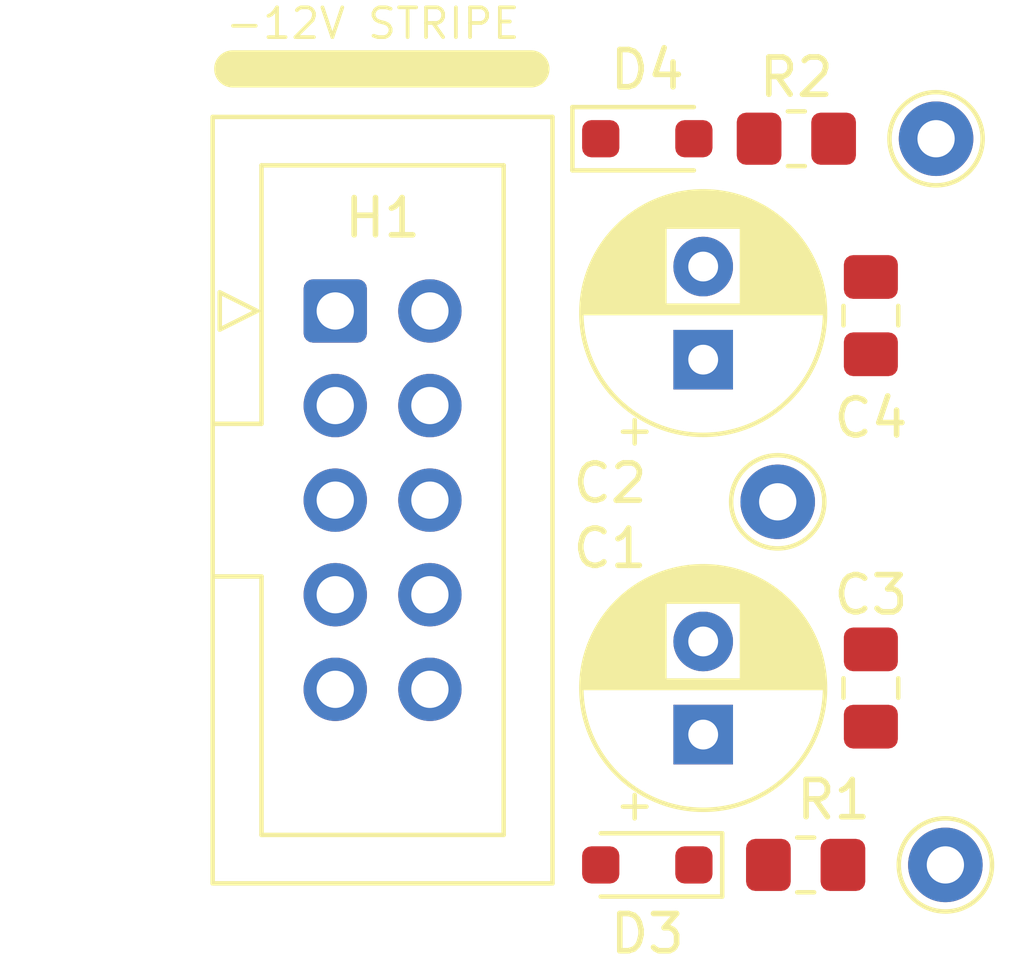
<source format=kicad_pcb>
(kicad_pcb (version 20240108) (generator "pcbnew") (generator_version "8.0")
  (layers (0 "F.Cu" signal) (31 "B.Cu" signal) (34 "B.Paste" user) (35 "F.Paste" user) (36 "B.SilkS" user "B.Silkscreen") (37 "F.SilkS" user "F.Silkscreen") (38 "B.Mask" user) (39 "F.Mask" user) (44 "Edge.Cuts" user))
  (net 0 "")
  (net 1 "+12V")
  (net 2 "GNDREF")
  (net 3 "-12V")
  (net 4 "Net-(D3-A)")
  (net 5 "Net-(D4-A)")
  (net 6 "Net-(D4-K)")
  (net 7 "Net-(D3-K)")
  (footprint "Synth:IDC-Header_2x05_P2.54mm_Vertical" (layer "F.Cu") (at 20.46 22.75)
    (property "Reference" "H1" (at 1.27 -2.5 0) (layer "F.SilkS"))
    (property "Value" "Conn_02x05_PWR_Eurorack")
    (fp_line (start -3.29 -5.21) (end 5.83 -5.21) (stroke (width 0.12)) (layer "F.SilkS"))
    (fp_line (start -3.29 3.03) (end -1.98 3.03) (stroke (width 0.12)) (layer "F.SilkS"))
    (fp_line (start -3.29 15.37) (end -3.29 -5.21) (stroke (width 0.12)) (layer "F.SilkS"))
    (fp_line (start -3.1 -0.5) (end -3.1 0.5) (stroke (width 0.12)) (layer "F.SilkS"))
    (fp_line (start -3.1 0.5) (end -2.1 0) (stroke (width 0.12)) (layer "F.SilkS"))
    (fp_line (start -2.75 -6.5) (end 5.25 -6.5) (stroke (width 1)) (layer "F.SilkS"))
    (fp_line (start -2.1 0) (end -3.1 -0.5) (stroke (width 0.12)) (layer "F.SilkS"))
    (fp_line (start -1.98 -3.91) (end 4.52 -3.91) (stroke (width 0.12)) (layer "F.SilkS"))
    (fp_line (start -1.98 3.03) (end -1.98 -3.91) (stroke (width 0.12)) (layer "F.SilkS"))
    (fp_line (start -1.98 7.13) (end -3.29 7.13) (stroke (width 0.12)) (layer "F.SilkS"))
    (fp_line (start -1.98 7.13) (end -1.98 7.13) (stroke (width 0.12)) (layer "F.SilkS"))
    (fp_line (start -1.98 14.07) (end -1.98 7.13) (stroke (width 0.12)) (layer "F.SilkS"))
    (fp_line (start 4.52 -3.91) (end 4.52 14.07) (stroke (width 0.12)) (layer "F.SilkS"))
    (fp_line (start 4.52 14.07) (end -1.98 14.07) (stroke (width 0.12)) (layer "F.SilkS"))
    (fp_line (start 5.83 -5.21) (end 5.83 15.37) (stroke (width 0.12)) (layer "F.SilkS"))
    (fp_line (start 5.83 15.37) (end -3.29 15.37) (stroke (width 0.12)) (layer "F.SilkS"))
    (fp_text user "-12V STRIPE" (at -3 -7.25 0) (layer "F.SilkS") (effects (font (size 0.8 0.8) (thickness 0.1)) (justify left bottom)))
    (pad "1" thru_hole roundrect (at 0 0) (size 1.7 1.7) (drill 1) (layers "*.Cu" "*.Mask") (roundrect_rratio 0.147059) (net 6 "Net-(D4-K)"))
    (pad "2" thru_hole circle (at 2.54 0) (size 1.7 1.7) (drill 1) (layers "*.Cu" "*.Mask") (net 6 "Net-(D4-K)"))
    (pad "3" thru_hole circle (at 0 2.54) (size 1.7 1.7) (drill 1) (layers "*.Cu" "*.Mask") (net 2 "GNDREF"))
    (pad "4" thru_hole circle (at 2.54 2.54) (size 1.7 1.7) (drill 1) (layers "*.Cu" "*.Mask") (net 2 "GNDREF"))
    (pad "5" thru_hole circle (at 0 5.08) (size 1.7 1.7) (drill 1) (layers "*.Cu" "*.Mask") (net 2 "GNDREF"))
    (pad "6" thru_hole circle (at 2.54 5.08) (size 1.7 1.7) (drill 1) (layers "*.Cu" "*.Mask") (net 2 "GNDREF"))
    (pad "7" thru_hole circle (at 0 7.62) (size 1.7 1.7) (drill 1) (layers "*.Cu" "*.Mask") (net 2 "GNDREF"))
    (pad "8" thru_hole circle (at 2.54 7.62) (size 1.7 1.7) (drill 1) (layers "*.Cu" "*.Mask") (net 2 "GNDREF"))
    (pad "9" thru_hole circle (at 0 10.16) (size 1.7 1.7) (drill 1) (layers "*.Cu" "*.Mask") (net 4 "Net-(D3-A)"))
    (pad "10" thru_hole circle (at 2.54 10.16) (size 1.7 1.7) (drill 1) (layers "*.Cu" "*.Mask") (net 4 "Net-(D3-A)"))
  )
  (footprint "Connector_Pin:Pin_D1.0mm_L10.0mm" (layer "F.Cu") (at 36.835 37.625)
    (property "Reference" "TP1" (hide yes))
    (property "Value" "+12V")
    (fp_circle (center 0 0) (end 1.25 0.05) (stroke (width 0.12)) (fill none) (layer "F.SilkS"))
    (pad "1" thru_hole circle (at 0 0) (size 2 2) (drill 1) (layers "*.Cu" "*.Mask") (net 1 "+12V"))
  )
  (footprint "Diode_SMD:D_SOD-323_HandSoldering" (layer "F.Cu") (at 28.835 37.625 180)
    (property "Reference" "D3" (at 0 -1.85 360) (layer "F.SilkS"))
    (property "Value" "1N5819WS")
    (fp_line (start -2.01 0.85) (end 1.25 0.85) (stroke (width 0.12)) (layer "F.SilkS"))
    (fp_line (start -2.01 -0.85) (end 1.25 -0.85) (stroke (width 0.12)) (layer "F.SilkS"))
    (fp_line (start -2.01 -0.85) (end -2.01 0.85) (stroke (width 0.12)) (layer "F.SilkS"))
    (pad "1" smd roundrect (at -1.25 0 180) (size 1 1) (layers "F.Cu" "F.Paste" "F.Mask") (net 7 "Net-(D3-K)"))
    (pad "2" smd roundrect (at 1.25 0 180) (size 1 1) (layers "F.Cu" "F.Paste" "F.Mask") (net 4 "Net-(D3-A)"))
  )
  (footprint "Capacitor_SMD:C_0805_2012Metric_Pad1.18x1.45mm_HandSolder" (layer "F.Cu") (at 34.835 22.875 90)
    (property "Reference" "C4" (at -2.75 0 180) (layer "F.SilkS"))
    (property "Value" "100nF")
    (fp_line (start -0.261252 -0.735) (end 0.261252 -0.735) (stroke (width 0.12)) (layer "F.SilkS"))
    (fp_line (start -0.261252 0.735) (end 0.261252 0.735) (stroke (width 0.12)) (layer "F.SilkS"))
    (pad "1" smd roundrect (at -1.0375 0 90) (size 1.175 1.45) (layers "F.Cu" "F.Paste" "F.Mask") (roundrect_rratio 0.212766) (net 2 "GNDREF"))
    (pad "2" smd roundrect (at 1.0375 0 90) (size 1.175 1.45) (layers "F.Cu" "F.Paste" "F.Mask") (roundrect_rratio 0.212766) (net 3 "-12V"))
  )
  (footprint "Resistor_SMD:R_0805_2012Metric_Pad1.20x1.40mm_HandSolder" (layer "F.Cu") (at 33.085 37.625)
    (property "Reference" "R1" (at 0.75 -1.75 0) (layer "F.SilkS"))
    (property "Value" "10R")
    (fp_line (start -0.227064 -0.735) (end 0.227064 -0.735) (stroke (width 0.12)) (layer "F.SilkS"))
    (fp_line (start -0.227064 0.735) (end 0.227064 0.735) (stroke (width 0.12)) (layer "F.SilkS"))
    (pad "1" smd roundrect (at -1 0) (size 1.2 1.4) (layers "F.Cu" "F.Paste" "F.Mask") (roundrect_rratio 0.208333) (net 7 "Net-(D3-K)"))
    (pad "2" smd roundrect (at 1 0) (size 1.2 1.4) (layers "F.Cu" "F.Paste" "F.Mask") (roundrect_rratio 0.208333) (net 1 "+12V"))
  )
  (footprint "Diode_SMD:D_SOD-323_HandSoldering" (layer "F.Cu") (at 28.835 18.125)
    (property "Reference" "D4" (at 0 -1.85 360) (layer "F.SilkS"))
    (property "Value" "1N5819WS")
    (fp_line (start -2.01 -0.85) (end -2.01 0.85) (stroke (width 0.12)) (layer "F.SilkS"))
    (fp_line (start -2.01 -0.85) (end 1.25 -0.85) (stroke (width 0.12)) (layer "F.SilkS"))
    (fp_line (start -2.01 0.85) (end 1.25 0.85) (stroke (width 0.12)) (layer "F.SilkS"))
    (pad "1" smd roundrect (at -1.25 0) (size 1 1) (layers "F.Cu" "F.Paste" "F.Mask") (net 6 "Net-(D4-K)"))
    (pad "2" smd roundrect (at 1.25 0) (size 1 1) (layers "F.Cu" "F.Paste" "F.Mask") (net 5 "Net-(D4-A)"))
  )
  (footprint "Capacitor_SMD:C_0805_2012Metric_Pad1.18x1.45mm_HandSolder" (layer "F.Cu") (at 34.835 32.875 90)
    (property "Reference" "C3" (at 2.5 0 180) (layer "F.SilkS"))
    (property "Value" "100nF")
    (fp_line (start -0.261252 -0.735) (end 0.261252 -0.735) (stroke (width 0.12)) (layer "F.SilkS"))
    (fp_line (start -0.261252 0.735) (end 0.261252 0.735) (stroke (width 0.12)) (layer "F.SilkS"))
    (pad "1" smd roundrect (at -1.0375 0 90) (size 1.175 1.45) (layers "F.Cu" "F.Paste" "F.Mask") (roundrect_rratio 0.212766) (net 1 "+12V"))
    (pad "2" smd roundrect (at 1.0375 0 90) (size 1.175 1.45) (layers "F.Cu" "F.Paste" "F.Mask") (roundrect_rratio 0.212766) (net 2 "GNDREF"))
  )
  (footprint "Capacitor_THT:CP_Radial_D6.3mm_P2.50mm" (layer "F.Cu") (at 30.335 34.125 90)
    (property "Reference" "C1" (at 5 -2.5 180) (layer "F.SilkS"))
    (property "Value" "47uF")
    (fp_line (start 1.33 -3.23) (end 1.33 3.23) (stroke (width 0.12)) (layer "F.SilkS"))
    (fp_line (start 1.29 -3.23) (end 1.29 3.23) (stroke (width 0.12)) (layer "F.SilkS"))
    (fp_line (start 1.25 -3.23) (end 1.25 3.23) (stroke (width 0.12)) (layer "F.SilkS"))
    (fp_line (start 1.37 -3.228) (end 1.37 3.228) (stroke (width 0.12)) (layer "F.SilkS"))
    (fp_line (start 1.41 -3.227) (end 1.41 3.227) (stroke (width 0.12)) (layer "F.SilkS"))
    (fp_line (start 1.45 -3.224) (end 1.45 3.224) (stroke (width 0.12)) (layer "F.SilkS"))
    (fp_line (start 1.49 -3.222) (end 1.49 -1.04) (stroke (width 0.12)) (layer "F.SilkS"))
    (fp_line (start 1.53 -3.218) (end 1.53 -1.04) (stroke (width 0.12)) (layer "F.SilkS"))
    (fp_line (start 1.57 -3.215) (end 1.57 -1.04) (stroke (width 0.12)) (layer "F.SilkS"))
    (fp_line (start 1.61 -3.211) (end 1.61 -1.04) (stroke (width 0.12)) (layer "F.SilkS"))
    (fp_line (start 1.65 -3.206) (end 1.65 -1.04) (stroke (width 0.12)) (layer "F.SilkS"))
    (fp_line (start 1.69 -3.201) (end 1.69 -1.04) (stroke (width 0.12)) (layer "F.SilkS"))
    (fp_line (start 1.73 -3.195) (end 1.73 -1.04) (stroke (width 0.12)) (layer "F.SilkS"))
    (fp_line (start 1.77 -3.189) (end 1.77 -1.04) (stroke (width 0.12)) (layer "F.SilkS"))
    (fp_line (start 1.81 -3.182) (end 1.81 -1.04) (stroke (width 0.12)) (layer "F.SilkS"))
    (fp_line (start 1.85 -3.175) (end 1.85 -1.04) (stroke (width 0.12)) (layer "F.SilkS"))
    (fp_line (start 1.89 -3.167) (end 1.89 -1.04) (stroke (width 0.12)) (layer "F.SilkS"))
    (fp_line (start 1.93 -3.159) (end 1.93 -1.04) (stroke (width 0.12)) (layer "F.SilkS"))
    (fp_line (start 1.971 -3.15) (end 1.971 -1.04) (stroke (width 0.12)) (layer "F.SilkS"))
    (fp_line (start 2.011 -3.141) (end 2.011 -1.04) (stroke (width 0.12)) (layer "F.SilkS"))
    (fp_line (start 2.051 -3.131) (end 2.051 -1.04) (stroke (width 0.12)) (layer "F.SilkS"))
    (fp_line (start 2.091 -3.121) (end 2.091 -1.04) (stroke (width 0.12)) (layer "F.SilkS"))
    (fp_line (start 2.131 -3.11) (end 2.131 -1.04) (stroke (width 0.12)) (layer "F.SilkS"))
    (fp_line (start 2.171 -3.098) (end 2.171 -1.04) (stroke (width 0.12)) (layer "F.SilkS"))
    (fp_line (start 2.211 -3.086) (end 2.211 -1.04) (stroke (width 0.12)) (layer "F.SilkS"))
    (fp_line (start 2.251 -3.074) (end 2.251 -1.04) (stroke (width 0.12)) (layer "F.SilkS"))
    (fp_line (start 2.291 -3.061) (end 2.291 -1.04) (stroke (width 0.12)) (layer "F.SilkS"))
    (fp_line (start 2.331 -3.047) (end 2.331 -1.04) (stroke (width 0.12)) (layer "F.SilkS"))
    (fp_line (start 2.371 -3.033) (end 2.371 -1.04) (stroke (width 0.12)) (layer "F.SilkS"))
    (fp_line (start 2.411 -3.018) (end 2.411 -1.04) (stroke (width 0.12)) (layer "F.SilkS"))
    (fp_line (start 2.451 -3.002) (end 2.451 -1.04) (stroke (width 0.12)) (layer "F.SilkS"))
    (fp_line (start 2.491 -2.986) (end 2.491 -1.04) (stroke (width 0.12)) (layer "F.SilkS"))
    (fp_line (start 2.531 -2.97) (end 2.531 -1.04) (stroke (width 0.12)) (layer "F.SilkS"))
    (fp_line (start 2.571 -2.952) (end 2.571 -1.04) (stroke (width 0.12)) (layer "F.SilkS"))
    (fp_line (start 2.611 -2.934) (end 2.611 -1.04) (stroke (width 0.12)) (layer "F.SilkS"))
    (fp_line (start 2.651 -2.916) (end 2.651 -1.04) (stroke (width 0.12)) (layer "F.SilkS"))
    (fp_line (start 2.691 -2.896) (end 2.691 -1.04) (stroke (width 0.12)) (layer "F.SilkS"))
    (fp_line (start 2.731 -2.876) (end 2.731 -1.04) (stroke (width 0.12)) (layer "F.SilkS"))
    (fp_line (start 2.771 -2.856) (end 2.771 -1.04) (stroke (width 0.12)) (layer "F.SilkS"))
    (fp_line (start 2.811 -2.834) (end 2.811 -1.04) (stroke (width 0.12)) (layer "F.SilkS"))
    (fp_line (start 2.851 -2.812) (end 2.851 -1.04) (stroke (width 0.12)) (layer "F.SilkS"))
    (fp_line (start 2.891 -2.79) (end 2.891 -1.04) (stroke (width 0.12)) (layer "F.SilkS"))
    (fp_line (start 2.931 -2.766) (end 2.931 -1.04) (stroke (width 0.12)) (layer "F.SilkS"))
    (fp_line (start 2.971 -2.742) (end 2.971 -1.04) (stroke (width 0.12)) (layer "F.SilkS"))
    (fp_line (start 3.011 -2.716) (end 3.011 -1.04) (stroke (width 0.12)) (layer "F.SilkS"))
    (fp_line (start 3.051 -2.69) (end 3.051 -1.04) (stroke (width 0.12)) (layer "F.SilkS"))
    (fp_line (start 3.091 -2.664) (end 3.091 -1.04) (stroke (width 0.12)) (layer "F.SilkS"))
    (fp_line (start 3.131 -2.636) (end 3.131 -1.04) (stroke (width 0.12)) (layer "F.SilkS"))
    (fp_line (start 3.171 -2.607) (end 3.171 -1.04) (stroke (width 0.12)) (layer "F.SilkS"))
    (fp_line (start 3.211 -2.578) (end 3.211 -1.04) (stroke (width 0.12)) (layer "F.SilkS"))
    (fp_line (start 3.251 -2.548) (end 3.251 -1.04) (stroke (width 0.12)) (layer "F.SilkS"))
    (fp_line (start 3.291 -2.516) (end 3.291 -1.04) (stroke (width 0.12)) (layer "F.SilkS"))
    (fp_line (start 3.331 -2.484) (end 3.331 -1.04) (stroke (width 0.12)) (layer "F.SilkS"))
    (fp_line (start 3.371 -2.45) (end 3.371 -1.04) (stroke (width 0.12)) (layer "F.SilkS"))
    (fp_line (start 3.411 -2.416) (end 3.411 -1.04) (stroke (width 0.12)) (layer "F.SilkS"))
    (fp_line (start 3.451 -2.38) (end 3.451 -1.04) (stroke (width 0.12)) (layer "F.SilkS"))
    (fp_line (start 3.491 -2.343) (end 3.491 -1.04) (stroke (width 0.12)) (layer "F.SilkS"))
    (fp_line (start 3.531 -2.305) (end 3.531 -1.04) (stroke (width 0.12)) (layer "F.SilkS"))
    (fp_line (start 3.571 -2.265) (end 3.571 2.265) (stroke (width 0.12)) (layer "F.SilkS"))
    (fp_line (start 3.611 -2.224) (end 3.611 2.224) (stroke (width 0.12)) (layer "F.SilkS"))
    (fp_line (start 3.651 -2.182) (end 3.651 2.182) (stroke (width 0.12)) (layer "F.SilkS"))
    (fp_line (start -1.935241 -2.154) (end -1.935241 -1.524) (stroke (width 0.12)) (layer "F.SilkS"))
    (fp_line (start 3.691 -2.137) (end 3.691 2.137) (stroke (width 0.12)) (layer "F.SilkS"))
    (fp_line (start 3.731 -2.092) (end 3.731 2.092) (stroke (width 0.12)) (layer "F.SilkS"))
    (fp_line (start 3.771 -2.044) (end 3.771 2.044) (stroke (width 0.12)) (layer "F.SilkS"))
    (fp_line (start 3.811 -1.995) (end 3.811 1.995) (stroke (width 0.12)) (layer "F.SilkS"))
    (fp_line (start 3.851 -1.944) (end 3.851 1.944) (stroke (width 0.12)) (layer "F.SilkS"))
    (fp_line (start 3.891 -1.89) (end 3.891 1.89) (stroke (width 0.12)) (layer "F.SilkS"))
    (fp_line (start -2.250241 -1.839) (end -1.620241 -1.839) (stroke (width 0.12)) (layer "F.SilkS"))
    (fp_line (start 3.931 -1.834) (end 3.931 1.834) (stroke (width 0.12)) (layer "F.SilkS"))
    (fp_line (start 3.971 -1.776) (end 3.971 1.776) (stroke (width 0.12)) (layer "F.SilkS"))
    (fp_line (start 4.011 -1.714) (end 4.011 1.714) (stroke (width 0.12)) (layer "F.SilkS"))
    (fp_line (start 4.051 -1.65) (end 4.051 1.65) (stroke (width 0.12)) (layer "F.SilkS"))
    (fp_line (start 4.091 -1.581) (end 4.091 1.581) (stroke (width 0.12)) (layer "F.SilkS"))
    (fp_line (start 4.131 -1.509) (end 4.131 1.509) (stroke (width 0.12)) (layer "F.SilkS"))
    (fp_line (start 4.171 -1.432) (end 4.171 1.432) (stroke (width 0.12)) (layer "F.SilkS"))
    (fp_line (start 4.211 -1.35) (end 4.211 1.35) (stroke (width 0.12)) (layer "F.SilkS"))
    (fp_line (start 4.251 -1.262) (end 4.251 1.262) (stroke (width 0.12)) (layer "F.SilkS"))
    (fp_line (start 4.291 -1.165) (end 4.291 1.165) (stroke (width 0.12)) (layer "F.SilkS"))
    (fp_line (start 4.331 -1.059) (end 4.331 1.059) (stroke (width 0.12)) (layer "F.SilkS"))
    (fp_line (start 4.371 -0.94) (end 4.371 0.94) (stroke (width 0.12)) (layer "F.SilkS"))
    (fp_line (start 4.411 -0.802) (end 4.411 0.802) (stroke (width 0.12)) (layer "F.SilkS"))
    (fp_line (start 4.451 -0.633) (end 4.451 0.633) (stroke (width 0.12)) (layer "F.SilkS"))
    (fp_line (start 4.491 -0.402) (end 4.491 0.402) (stroke (width 0.12)) (layer "F.SilkS"))
    (fp_line (start 3.531 1.04) (end 3.531 2.305) (stroke (width 0.12)) (layer "F.SilkS"))
    (fp_line (start 3.491 1.04) (end 3.491 2.343) (stroke (width 0.12)) (layer "F.SilkS"))
    (fp_line (start 3.451 1.04) (end 3.451 2.38) (stroke (width 0.12)) (layer "F.SilkS"))
    (fp_line (start 3.411 1.04) (end 3.411 2.416) (stroke (width 0.12)) (layer "F.SilkS"))
    (fp_line (start 3.371 1.04) (end 3.371 2.45) (stroke (width 0.12)) (layer "F.SilkS"))
    (fp_line (start 3.331 1.04) (end 3.331 2.484) (stroke (width 0.12)) (layer "F.SilkS"))
    (fp_line (start 3.291 1.04) (end 3.291 2.516) (stroke (width 0.12)) (layer "F.SilkS"))
    (fp_line (start 3.251 1.04) (end 3.251 2.548) (stroke (width 0.12)) (layer "F.SilkS"))
    (fp_line (start 3.211 1.04) (end 3.211 2.578) (stroke (width 0.12)) (layer "F.SilkS"))
    (fp_line (start 3.171 1.04) (end 3.171 2.607) (stroke (width 0.12)) (layer "F.SilkS"))
    (fp_line (start 3.131 1.04) (end 3.131 2.636) (stroke (width 0.12)) (layer "F.SilkS"))
    (fp_line (start 3.091 1.04) (end 3.091 2.664) (stroke (width 0.12)) (layer "F.SilkS"))
    (fp_line (start 3.051 1.04) (end 3.051 2.69) (stroke (width 0.12)) (layer "F.SilkS"))
    (fp_line (start 3.011 1.04) (end 3.011 2.716) (stroke (width 0.12)) (layer "F.SilkS"))
    (fp_line (start 2.971 1.04) (end 2.971 2.742) (stroke (width 0.12)) (layer "F.SilkS"))
    (fp_line (start 2.931 1.04) (end 2.931 2.766) (stroke (width 0.12)) (layer "F.SilkS"))
    (fp_line (start 2.891 1.04) (end 2.891 2.79) (stroke (width 0.12)) (layer "F.SilkS"))
    (fp_line (start 2.851 1.04) (end 2.851 2.812) (stroke (width 0.12)) (layer "F.SilkS"))
    (fp_line (start 2.811 1.04) (end 2.811 2.834) (stroke (width 0.12)) (layer "F.SilkS"))
    (fp_line (start 2.771 1.04) (end 2.771 2.856) (stroke (width 0.12)) (layer "F.SilkS"))
    (fp_line (start 2.731 1.04) (end 2.731 2.876) (stroke (width 0.12)) (layer "F.SilkS"))
    (fp_line (start 2.691 1.04) (end 2.691 2.896) (stroke (width 0.12)) (layer "F.SilkS"))
    (fp_line (start 2.651 1.04) (end 2.651 2.916) (stroke (width 0.12)) (layer "F.SilkS"))
    (fp_line (start 2.611 1.04) (end 2.611 2.934) (stroke (width 0.12)) (layer "F.SilkS"))
    (fp_line (start 2.571 1.04) (end 2.571 2.952) (stroke (width 0.12)) (layer "F.SilkS"))
    (fp_line (start 2.531 1.04) (end 2.531 2.97) (stroke (width 0.12)) (layer "F.SilkS"))
    (fp_line (start 2.491 1.04) (end 2.491 2.986) (stroke (width 0.12)) (layer "F.SilkS"))
    (fp_line (start 2.451 1.04) (end 2.451 3.002) (stroke (width 0.12)) (layer "F.SilkS"))
    (fp_line (start 2.411 1.04) (end 2.411 3.018) (stroke (width 0.12)) (layer "F.SilkS"))
    (fp_line (start 2.371 1.04) (end 2.371 3.033) (stroke (width 0.12)) (layer "F.SilkS"))
    (fp_line (start 2.331 1.04) (end 2.331 3.047) (stroke (width 0.12)) (layer "F.SilkS"))
    (fp_line (start 2.291 1.04) (end 2.291 3.061) (stroke (width 0.12)) (layer "F.SilkS"))
    (fp_line (start 2.251 1.04) (end 2.251 3.074) (stroke (width 0.12)) (layer "F.SilkS"))
    (fp_line (start 2.211 1.04) (end 2.211 3.086) (stroke (width 0.12)) (layer "F.SilkS"))
    (fp_line (start 2.171 1.04) (end 2.171 3.098) (stroke (width 0.12)) (layer "F.SilkS"))
    (fp_line (start 2.131 1.04) (end 2.131 3.11) (stroke (width 0.12)) (layer "F.SilkS"))
    (fp_line (start 2.091 1.04) (end 2.091 3.121) (stroke (width 0.12)) (layer "F.SilkS"))
    (fp_line (start 2.051 1.04) (end 2.051 3.131) (stroke (width 0.12)) (layer "F.SilkS"))
    (fp_line (start 2.011 1.04) (end 2.011 3.141) (stroke (width 0.12)) (layer "F.SilkS"))
    (fp_line (start 1.971 1.04) (end 1.971 3.15) (stroke (width 0.12)) (layer "F.SilkS"))
    (fp_line (start 1.93 1.04) (end 1.93 3.159) (stroke (width 0.12)) (layer "F.SilkS"))
    (fp_line (start 1.89 1.04) (end 1.89 3.167) (stroke (width 0.12)) (layer "F.SilkS"))
    (fp_line (start 1.85 1.04) (end 1.85 3.175) (stroke (width 0.12)) (layer "F.SilkS"))
    (fp_line (start 1.81 1.04) (end 1.81 3.182) (stroke (width 0.12)) (layer "F.SilkS"))
    (fp_line (start 1.77 1.04) (end 1.77 3.189) (stroke (width 0.12)) (layer "F.SilkS"))
    (fp_line (start 1.73 1.04) (end 1.73 3.195) (stroke (width 0.12)) (layer "F.SilkS"))
    (fp_line (start 1.69 1.04) (end 1.69 3.201) (stroke (width 0.12)) (layer "F.SilkS"))
    (fp_line (start 1.65 1.04) (end 1.65 3.206) (stroke (width 0.12)) (layer "F.SilkS"))
    (fp_line (start 1.61 1.04) (end 1.61 3.211) (stroke (width 0.12)) (layer "F.SilkS"))
    (fp_line (start 1.57 1.04) (end 1.57 3.215) (stroke (width 0.12)) (layer "F.SilkS"))
    (fp_line (start 1.53 1.04) (end 1.53 3.218) (stroke (width 0.12)) (layer "F.SilkS"))
    (fp_line (start 1.49 1.04) (end 1.49 3.222) (stroke (width 0.12)) (layer "F.SilkS"))
    (fp_circle (center 1.25 0) (end 4.52 0) (stroke (width 0.12)) (fill none) (layer "F.SilkS"))
    (pad "1" thru_hole rect (at 0 0 90) (size 1.6 1.6) (drill 0.8) (layers "*.Cu" "*.Mask") (net 1 "+12V"))
    (pad "2" thru_hole circle (at 2.5 0 90) (size 1.6 1.6) (drill 0.8) (layers "*.Cu" "*.Mask") (net 2 "GNDREF"))
  )
  (footprint "Capacitor_THT:CP_Radial_D6.3mm_P2.50mm" (layer "F.Cu") (at 30.335 24.05738 90)
    (property "Reference" "C2" (at -3.31762 -2.5 180) (layer "F.SilkS"))
    (property "Value" "47uF")
    (fp_line (start 1.33 -3.23) (end 1.33 3.23) (stroke (width 0.12)) (layer "F.SilkS"))
    (fp_line (start 1.29 -3.23) (end 1.29 3.23) (stroke (width 0.12)) (layer "F.SilkS"))
    (fp_line (start 1.25 -3.23) (end 1.25 3.23) (stroke (width 0.12)) (layer "F.SilkS"))
    (fp_line (start 1.37 -3.228) (end 1.37 3.228) (stroke (width 0.12)) (layer "F.SilkS"))
    (fp_line (start 1.41 -3.227) (end 1.41 3.227) (stroke (width 0.12)) (layer "F.SilkS"))
    (fp_line (start 1.45 -3.224) (end 1.45 3.224) (stroke (width 0.12)) (layer "F.SilkS"))
    (fp_line (start 1.49 -3.222) (end 1.49 -1.04) (stroke (width 0.12)) (layer "F.SilkS"))
    (fp_line (start 1.53 -3.218) (end 1.53 -1.04) (stroke (width 0.12)) (layer "F.SilkS"))
    (fp_line (start 1.57 -3.215) (end 1.57 -1.04) (stroke (width 0.12)) (layer "F.SilkS"))
    (fp_line (start 1.61 -3.211) (end 1.61 -1.04) (stroke (width 0.12)) (layer "F.SilkS"))
    (fp_line (start 1.65 -3.206) (end 1.65 -1.04) (stroke (width 0.12)) (layer "F.SilkS"))
    (fp_line (start 1.69 -3.201) (end 1.69 -1.04) (stroke (width 0.12)) (layer "F.SilkS"))
    (fp_line (start 1.73 -3.195) (end 1.73 -1.04) (stroke (width 0.12)) (layer "F.SilkS"))
    (fp_line (start 1.77 -3.189) (end 1.77 -1.04) (stroke (width 0.12)) (layer "F.SilkS"))
    (fp_line (start 1.81 -3.182) (end 1.81 -1.04) (stroke (width 0.12)) (layer "F.SilkS"))
    (fp_line (start 1.85 -3.175) (end 1.85 -1.04) (stroke (width 0.12)) (layer "F.SilkS"))
    (fp_line (start 1.89 -3.167) (end 1.89 -1.04) (stroke (width 0.12)) (layer "F.SilkS"))
    (fp_line (start 1.93 -3.159) (end 1.93 -1.04) (stroke (width 0.12)) (layer "F.SilkS"))
    (fp_line (start 1.971 -3.15) (end 1.971 -1.04) (stroke (width 0.12)) (layer "F.SilkS"))
    (fp_line (start 2.011 -3.141) (end 2.011 -1.04) (stroke (width 0.12)) (layer "F.SilkS"))
    (fp_line (start 2.051 -3.131) (end 2.051 -1.04) (stroke (width 0.12)) (layer "F.SilkS"))
    (fp_line (start 2.091 -3.121) (end 2.091 -1.04) (stroke (width 0.12)) (layer "F.SilkS"))
    (fp_line (start 2.131 -3.11) (end 2.131 -1.04) (stroke (width 0.12)) (layer "F.SilkS"))
    (fp_line (start 2.171 -3.098) (end 2.171 -1.04) (stroke (width 0.12)) (layer "F.SilkS"))
    (fp_line (start 2.211 -3.086) (end 2.211 -1.04) (stroke (width 0.12)) (layer "F.SilkS"))
    (fp_line (start 2.251 -3.074) (end 2.251 -1.04) (stroke (width 0.12)) (layer "F.SilkS"))
    (fp_line (start 2.291 -3.061) (end 2.291 -1.04) (stroke (width 0.12)) (layer "F.SilkS"))
    (fp_line (start 2.331 -3.047) (end 2.331 -1.04) (stroke (width 0.12)) (layer "F.SilkS"))
    (fp_line (start 2.371 -3.033) (end 2.371 -1.04) (stroke (width 0.12)) (layer "F.SilkS"))
    (fp_line (start 2.411 -3.018) (end 2.411 -1.04) (stroke (width 0.12)) (layer "F.SilkS"))
    (fp_line (start 2.451 -3.002) (end 2.451 -1.04) (stroke (width 0.12)) (layer "F.SilkS"))
    (fp_line (start 2.491 -2.986) (end 2.491 -1.04) (stroke (width 0.12)) (layer "F.SilkS"))
    (fp_line (start 2.531 -2.97) (end 2.531 -1.04) (stroke (width 0.12)) (layer "F.SilkS"))
    (fp_line (start 2.571 -2.952) (end 2.571 -1.04) (stroke (width 0.12)) (layer "F.SilkS"))
    (fp_line (start 2.611 -2.934) (end 2.611 -1.04) (stroke (width 0.12)) (layer "F.SilkS"))
    (fp_line (start 2.651 -2.916) (end 2.651 -1.04) (stroke (width 0.12)) (layer "F.SilkS"))
    (fp_line (start 2.691 -2.896) (end 2.691 -1.04) (stroke (width 0.12)) (layer "F.SilkS"))
    (fp_line (start 2.731 -2.876) (end 2.731 -1.04) (stroke (width 0.12)) (layer "F.SilkS"))
    (fp_line (start 2.771 -2.856) (end 2.771 -1.04) (stroke (width 0.12)) (layer "F.SilkS"))
    (fp_line (start 2.811 -2.834) (end 2.811 -1.04) (stroke (width 0.12)) (layer "F.SilkS"))
    (fp_line (start 2.851 -2.812) (end 2.851 -1.04) (stroke (width 0.12)) (layer "F.SilkS"))
    (fp_line (start 2.891 -2.79) (end 2.891 -1.04) (stroke (width 0.12)) (layer "F.SilkS"))
    (fp_line (start 2.931 -2.766) (end 2.931 -1.04) (stroke (width 0.12)) (layer "F.SilkS"))
    (fp_line (start 2.971 -2.742) (end 2.971 -1.04) (stroke (width 0.12)) (layer "F.SilkS"))
    (fp_line (start 3.011 -2.716) (end 3.011 -1.04) (stroke (width 0.12)) (layer "F.SilkS"))
    (fp_line (start 3.051 -2.69) (end 3.051 -1.04) (stroke (width 0.12)) (layer "F.SilkS"))
    (fp_line (start 3.091 -2.664) (end 3.091 -1.04) (stroke (width 0.12)) (layer "F.SilkS"))
    (fp_line (start 3.131 -2.636) (end 3.131 -1.04) (stroke (width 0.12)) (layer "F.SilkS"))
    (fp_line (start 3.171 -2.607) (end 3.171 -1.04) (stroke (width 0.12)) (layer "F.SilkS"))
    (fp_line (start 3.211 -2.578) (end 3.211 -1.04) (stroke (width 0.12)) (layer "F.SilkS"))
    (fp_line (start 3.251 -2.548) (end 3.251 -1.04) (stroke (width 0.12)) (layer "F.SilkS"))
    (fp_line (start 3.291 -2.516) (end 3.291 -1.04) (stroke (width 0.12)) (layer "F.SilkS"))
    (fp_line (start 3.331 -2.484) (end 3.331 -1.04) (stroke (width 0.12)) (layer "F.SilkS"))
    (fp_line (start 3.371 -2.45) (end 3.371 -1.04) (stroke (width 0.12)) (layer "F.SilkS"))
    (fp_line (start 3.411 -2.416) (end 3.411 -1.04) (stroke (width 0.12)) (layer "F.SilkS"))
    (fp_line (start 3.451 -2.38) (end 3.451 -1.04) (stroke (width 0.12)) (layer "F.SilkS"))
    (fp_line (start 3.491 -2.343) (end 3.491 -1.04) (stroke (width 0.12)) (layer "F.SilkS"))
    (fp_line (start 3.531 -2.305) (end 3.531 -1.04) (stroke (width 0.12)) (layer "F.SilkS"))
    (fp_line (start 3.571 -2.265) (end 3.571 2.265) (stroke (width 0.12)) (layer "F.SilkS"))
    (fp_line (start 3.611 -2.224) (end 3.611 2.224) (stroke (width 0.12)) (layer "F.SilkS"))
    (fp_line (start 3.651 -2.182) (end 3.651 2.182) (stroke (width 0.12)) (layer "F.SilkS"))
    (fp_line (start -1.935241 -2.154) (end -1.935241 -1.524) (stroke (width 0.12)) (layer "F.SilkS"))
    (fp_line (start 3.691 -2.137) (end 3.691 2.137) (stroke (width 0.12)) (layer "F.SilkS"))
    (fp_line (start 3.731 -2.092) (end 3.731 2.092) (stroke (width 0.12)) (layer "F.SilkS"))
    (fp_line (start 3.771 -2.044) (end 3.771 2.044) (stroke (width 0.12)) (layer "F.SilkS"))
    (fp_line (start 3.811 -1.995) (end 3.811 1.995) (stroke (width 0.12)) (layer "F.SilkS"))
    (fp_line (start 3.851 -1.944) (end 3.851 1.944) (stroke (width 0.12)) (layer "F.SilkS"))
    (fp_line (start 3.891 -1.89) (end 3.891 1.89) (stroke (width 0.12)) (layer "F.SilkS"))
    (fp_line (start -2.250241 -1.839) (end -1.620241 -1.839) (stroke (width 0.12)) (layer "F.SilkS"))
    (fp_line (start 3.931 -1.834) (end 3.931 1.834) (stroke (width 0.12)) (layer "F.SilkS"))
    (fp_line (start 3.971 -1.776) (end 3.971 1.776) (stroke (width 0.12)) (layer "F.SilkS"))
    (fp_line (start 4.011 -1.714) (end 4.011 1.714) (stroke (width 0.12)) (layer "F.SilkS"))
    (fp_line (start 4.051 -1.65) (end 4.051 1.65) (stroke (width 0.12)) (layer "F.SilkS"))
    (fp_line (start 4.091 -1.581) (end 4.091 1.581) (stroke (width 0.12)) (layer "F.SilkS"))
    (fp_line (start 4.131 -1.509) (end 4.131 1.509) (stroke (width 0.12)) (layer "F.SilkS"))
    (fp_line (start 4.171 -1.432) (end 4.171 1.432) (stroke (width 0.12)) (layer "F.SilkS"))
    (fp_line (start 4.211 -1.35) (end 4.211 1.35) (stroke (width 0.12)) (layer "F.SilkS"))
    (fp_line (start 4.251 -1.262) (end 4.251 1.262) (stroke (width 0.12)) (layer "F.SilkS"))
    (fp_line (start 4.291 -1.165) (end 4.291 1.165) (stroke (width 0.12)) (layer "F.SilkS"))
    (fp_line (start 4.331 -1.059) (end 4.331 1.059) (stroke (width 0.12)) (layer "F.SilkS"))
    (fp_line (start 4.371 -0.94) (end 4.371 0.94) (stroke (width 0.12)) (layer "F.SilkS"))
    (fp_line (start 4.411 -0.802) (end 4.411 0.802) (stroke (width 0.12)) (layer "F.SilkS"))
    (fp_line (start 4.451 -0.633) (end 4.451 0.633) (stroke (width 0.12)) (layer "F.SilkS"))
    (fp_line (start 4.491 -0.402) (end 4.491 0.402) (stroke (width 0.12)) (layer "F.SilkS"))
    (fp_line (start 3.531 1.04) (end 3.531 2.305) (stroke (width 0.12)) (layer "F.SilkS"))
    (fp_line (start 3.491 1.04) (end 3.491 2.343) (stroke (width 0.12)) (layer "F.SilkS"))
    (fp_line (start 3.451 1.04) (end 3.451 2.38) (stroke (width 0.12)) (layer "F.SilkS"))
    (fp_line (start 3.411 1.04) (end 3.411 2.416) (stroke (width 0.12)) (layer "F.SilkS"))
    (fp_line (start 3.371 1.04) (end 3.371 2.45) (stroke (width 0.12)) (layer "F.SilkS"))
    (fp_line (start 3.331 1.04) (end 3.331 2.484) (stroke (width 0.12)) (layer "F.SilkS"))
    (fp_line (start 3.291 1.04) (end 3.291 2.516) (stroke (width 0.12)) (layer "F.SilkS"))
    (fp_line (start 3.251 1.04) (end 3.251 2.548) (stroke (width 0.12)) (layer "F.SilkS"))
    (fp_line (start 3.211 1.04) (end 3.211 2.578) (stroke (width 0.12)) (layer "F.SilkS"))
    (fp_line (start 3.171 1.04) (end 3.171 2.607) (stroke (width 0.12)) (layer "F.SilkS"))
    (fp_line (start 3.131 1.04) (end 3.131 2.636) (stroke (width 0.12)) (layer "F.SilkS"))
    (fp_line (start 3.091 1.04) (end 3.091 2.664) (stroke (width 0.12)) (layer "F.SilkS"))
    (fp_line (start 3.051 1.04) (end 3.051 2.69) (stroke (width 0.12)) (layer "F.SilkS"))
    (fp_line (start 3.011 1.04) (end 3.011 2.716) (stroke (width 0.12)) (layer "F.SilkS"))
    (fp_line (start 2.971 1.04) (end 2.971 2.742) (stroke (width 0.12)) (layer "F.SilkS"))
    (fp_line (start 2.931 1.04) (end 2.931 2.766) (stroke (width 0.12)) (layer "F.SilkS"))
    (fp_line (start 2.891 1.04) (end 2.891 2.79) (stroke (width 0.12)) (layer "F.SilkS"))
    (fp_line (start 2.851 1.04) (end 2.851 2.812) (stroke (width 0.12)) (layer "F.SilkS"))
    (fp_line (start 2.811 1.04) (end 2.811 2.834) (stroke (width 0.12)) (layer "F.SilkS"))
    (fp_line (start 2.771 1.04) (end 2.771 2.856) (stroke (width 0.12)) (layer "F.SilkS"))
    (fp_line (start 2.731 1.04) (end 2.731 2.876) (stroke (width 0.12)) (layer "F.SilkS"))
    (fp_line (start 2.691 1.04) (end 2.691 2.896) (stroke (width 0.12)) (layer "F.SilkS"))
    (fp_line (start 2.651 1.04) (end 2.651 2.916) (stroke (width 0.12)) (layer "F.SilkS"))
    (fp_line (start 2.611 1.04) (end 2.611 2.934) (stroke (width 0.12)) (layer "F.SilkS"))
    (fp_line (start 2.571 1.04) (end 2.571 2.952) (stroke (width 0.12)) (layer "F.SilkS"))
    (fp_line (start 2.531 1.04) (end 2.531 2.97) (stroke (width 0.12)) (layer "F.SilkS"))
    (fp_line (start 2.491 1.04) (end 2.491 2.986) (stroke (width 0.12)) (layer "F.SilkS"))
    (fp_line (start 2.451 1.04) (end 2.451 3.002) (stroke (width 0.12)) (layer "F.SilkS"))
    (fp_line (start 2.411 1.04) (end 2.411 3.018) (stroke (width 0.12)) (layer "F.SilkS"))
    (fp_line (start 2.371 1.04) (end 2.371 3.033) (stroke (width 0.12)) (layer "F.SilkS"))
    (fp_line (start 2.331 1.04) (end 2.331 3.047) (stroke (width 0.12)) (layer "F.SilkS"))
    (fp_line (start 2.291 1.04) (end 2.291 3.061) (stroke (width 0.12)) (layer "F.SilkS"))
    (fp_line (start 2.251 1.04) (end 2.251 3.074) (stroke (width 0.12)) (layer "F.SilkS"))
    (fp_line (start 2.211 1.04) (end 2.211 3.086) (stroke (width 0.12)) (layer "F.SilkS"))
    (fp_line (start 2.171 1.04) (end 2.171 3.098) (stroke (width 0.12)) (layer "F.SilkS"))
    (fp_line (start 2.131 1.04) (end 2.131 3.11) (stroke (width 0.12)) (layer "F.SilkS"))
    (fp_line (start 2.091 1.04) (end 2.091 3.121) (stroke (width 0.12)) (layer "F.SilkS"))
    (fp_line (start 2.051 1.04) (end 2.051 3.131) (stroke (width 0.12)) (layer "F.SilkS"))
    (fp_line (start 2.011 1.04) (end 2.011 3.141) (stroke (width 0.12)) (layer "F.SilkS"))
    (fp_line (start 1.971 1.04) (end 1.971 3.15) (stroke (width 0.12)) (layer "F.SilkS"))
    (fp_line (start 1.93 1.04) (end 1.93 3.159) (stroke (width 0.12)) (layer "F.SilkS"))
    (fp_line (start 1.89 1.04) (end 1.89 3.167) (stroke (width 0.12)) (layer "F.SilkS"))
    (fp_line (start 1.85 1.04) (end 1.85 3.175) (stroke (width 0.12)) (layer "F.SilkS"))
    (fp_line (start 1.81 1.04) (end 1.81 3.182) (stroke (width 0.12)) (layer "F.SilkS"))
    (fp_line (start 1.77 1.04) (end 1.77 3.189) (stroke (width 0.12)) (layer "F.SilkS"))
    (fp_line (start 1.73 1.04) (end 1.73 3.195) (stroke (width 0.12)) (layer "F.SilkS"))
    (fp_line (start 1.69 1.04) (end 1.69 3.201) (stroke (width 0.12)) (layer "F.SilkS"))
    (fp_line (start 1.65 1.04) (end 1.65 3.206) (stroke (width 0.12)) (layer "F.SilkS"))
    (fp_line (start 1.61 1.04) (end 1.61 3.211) (stroke (width 0.12)) (layer "F.SilkS"))
    (fp_line (start 1.57 1.04) (end 1.57 3.215) (stroke (width 0.12)) (layer "F.SilkS"))
    (fp_line (start 1.53 1.04) (end 1.53 3.218) (stroke (width 0.12)) (layer "F.SilkS"))
    (fp_line (start 1.49 1.04) (end 1.49 3.222) (stroke (width 0.12)) (layer "F.SilkS"))
    (fp_circle (center 1.25 0) (end 4.52 0) (stroke (width 0.12)) (fill none) (layer "F.SilkS"))
    (pad "1" thru_hole rect (at 0 0 90) (size 1.6 1.6) (drill 0.8) (layers "*.Cu" "*.Mask") (net 2 "GNDREF"))
    (pad "2" thru_hole circle (at 2.5 0 90) (size 1.6 1.6) (drill 0.8) (layers "*.Cu" "*.Mask") (net 3 "-12V"))
  )
  (footprint "Resistor_SMD:R_0805_2012Metric_Pad1.20x1.40mm_HandSolder" (layer "F.Cu") (at 32.835 18.125)
    (property "Reference" "R2" (at 0 -1.65 0) (layer "F.SilkS"))
    (property "Value" "10R")
    (fp_line (start -0.227064 -0.735) (end 0.227064 -0.735) (stroke (width 0.12)) (layer "F.SilkS"))
    (fp_line (start -0.227064 0.735) (end 0.227064 0.735) (stroke (width 0.12)) (layer "F.SilkS"))
    (pad "1" smd roundrect (at -1 0) (size 1.2 1.4) (layers "F.Cu" "F.Paste" "F.Mask") (roundrect_rratio 0.208333) (net 5 "Net-(D4-A)"))
    (pad "2" smd roundrect (at 1 0) (size 1.2 1.4) (layers "F.Cu" "F.Paste" "F.Mask") (roundrect_rratio 0.208333) (net 3 "-12V"))
  )
  (footprint "Connector_Pin:Pin_D1.0mm_L10.0mm" (layer "F.Cu") (at 36.585 18.125)
    (property "Reference" "TP3" (hide yes))
    (property "Value" "-12V")
    (fp_circle (center 0 0) (end 1.25 0.05) (stroke (width 0.12)) (fill none) (layer "F.SilkS"))
    (pad "1" thru_hole circle (at 0 0) (size 2 2) (drill 1) (layers "*.Cu" "*.Mask") (net 3 "-12V"))
  )
  (footprint "Connector_Pin:Pin_D1.0mm_L10.0mm" (layer "F.Cu") (at 32.335 27.875)
    (property "Reference" "TP2" (hide yes))
    (property "Value" "GND")
    (fp_circle (center 0 0) (end 1.25 0.05) (stroke (width 0.12)) (fill none) (layer "F.SilkS"))
    (pad "1" thru_hole circle (at 0 0) (size 2 2) (drill 1) (layers "*.Cu" "*.Mask") (net 2 "GNDREF"))
  )
)
</source>
